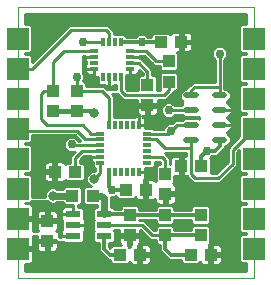
<source format=gtl>
G75*
%MOIN*%
%OFA0B0*%
%FSLAX25Y25*%
%IPPOS*%
%LPD*%
%AMOC8*
5,1,8,0,0,1.08239X$1,22.5*
%
%ADD10C,0.00000*%
%ADD11C,0.02165*%
%ADD12R,0.04331X0.03937*%
%ADD13R,0.03937X0.04331*%
%ADD14R,0.03150X0.01181*%
%ADD15R,0.01181X0.03150*%
%ADD16R,0.01181X0.02953*%
%ADD17R,0.02953X0.01181*%
%ADD18R,0.05000X0.02200*%
%ADD19R,0.07400X0.07400*%
%ADD20C,0.01000*%
%ADD21C,0.02978*%
%ADD22C,0.02400*%
%ADD23C,0.03175*%
%ADD24C,0.01200*%
%ADD25C,0.01600*%
D10*
X0005100Y0001500D02*
X0005100Y0092051D01*
X0083840Y0092051D01*
X0083840Y0001500D01*
X0005100Y0001500D01*
D11*
X0061399Y0047661D02*
X0064549Y0047661D01*
X0064549Y0047661D01*
X0061399Y0047661D01*
X0061399Y0047661D01*
X0061399Y0052583D02*
X0064549Y0052583D01*
X0064549Y0052583D01*
X0061399Y0052583D01*
X0061399Y0052583D01*
X0061399Y0057504D02*
X0064549Y0057504D01*
X0064549Y0057504D01*
X0061399Y0057504D01*
X0061399Y0057504D01*
X0061399Y0062425D02*
X0064549Y0062425D01*
X0064549Y0062425D01*
X0061399Y0062425D01*
X0061399Y0062425D01*
X0070848Y0062425D02*
X0073998Y0062425D01*
X0073998Y0062425D01*
X0070848Y0062425D01*
X0070848Y0062425D01*
X0070848Y0057504D02*
X0073998Y0057504D01*
X0073998Y0057504D01*
X0070848Y0057504D01*
X0070848Y0057504D01*
X0070848Y0052583D02*
X0073998Y0052583D01*
X0073998Y0052583D01*
X0070848Y0052583D01*
X0070848Y0052583D01*
X0070848Y0047661D02*
X0073998Y0047661D01*
X0073998Y0047661D01*
X0070848Y0047661D01*
X0070848Y0047661D01*
D12*
X0066320Y0038902D03*
X0059628Y0038902D03*
X0047817Y0031028D03*
X0041124Y0031028D03*
X0030100Y0029059D03*
X0023407Y0029059D03*
X0024194Y0036933D03*
X0017502Y0036933D03*
X0039155Y0009374D03*
X0045848Y0009374D03*
X0062777Y0009374D03*
X0069470Y0009374D03*
X0059628Y0080240D03*
X0052935Y0080240D03*
D13*
X0055494Y0073744D03*
X0055494Y0067051D03*
X0048407Y0065870D03*
X0048407Y0059177D03*
X0054313Y0036343D03*
X0054313Y0029650D03*
X0054313Y0022563D03*
X0054313Y0015870D03*
X0066124Y0015870D03*
X0066124Y0022563D03*
X0042502Y0022563D03*
X0042502Y0015870D03*
X0014943Y0013902D03*
X0014943Y0020594D03*
X0016911Y0057209D03*
X0016911Y0063902D03*
X0024785Y0063902D03*
X0024785Y0057209D03*
D14*
X0030691Y0071382D03*
X0030691Y0073350D03*
X0030691Y0075319D03*
X0030691Y0077287D03*
X0042502Y0077287D03*
X0042502Y0075319D03*
X0042502Y0073350D03*
X0042502Y0071382D03*
D15*
X0039549Y0068429D03*
X0037580Y0068429D03*
X0035612Y0068429D03*
X0033643Y0068429D03*
X0033643Y0080240D03*
X0035612Y0080240D03*
X0037580Y0080240D03*
X0039549Y0080240D03*
D16*
X0039549Y0052681D03*
X0041517Y0052681D03*
X0043486Y0052681D03*
X0045454Y0052681D03*
X0037580Y0052681D03*
X0035612Y0052681D03*
X0035612Y0036933D03*
X0037580Y0036933D03*
X0039549Y0036933D03*
X0041517Y0036933D03*
X0043486Y0036933D03*
X0045454Y0036933D03*
D17*
X0048407Y0039886D03*
X0048407Y0041854D03*
X0048407Y0043823D03*
X0048407Y0045791D03*
X0048407Y0047760D03*
X0048407Y0049728D03*
X0032659Y0049728D03*
X0032659Y0047760D03*
X0032659Y0045791D03*
X0032659Y0043823D03*
X0032659Y0041854D03*
X0032659Y0039886D03*
D18*
X0033822Y0022917D03*
X0033822Y0019217D03*
X0033822Y0015517D03*
X0023622Y0015517D03*
X0023622Y0019217D03*
X0023622Y0022917D03*
D19*
X0005100Y0021343D03*
X0005100Y0011343D03*
X0005100Y0031343D03*
X0005100Y0041343D03*
X0005100Y0051343D03*
X0005100Y0061343D03*
X0005100Y0071343D03*
X0005100Y0081343D03*
X0083840Y0081343D03*
X0083840Y0071343D03*
X0083840Y0061343D03*
X0083840Y0051343D03*
X0083840Y0041343D03*
X0083840Y0031343D03*
X0083840Y0021343D03*
X0083840Y0011343D03*
D20*
X0081340Y0016143D02*
X0079685Y0016143D01*
X0079040Y0015498D01*
X0079040Y0007187D01*
X0079685Y0006543D01*
X0081340Y0006543D01*
X0081340Y0004000D01*
X0007600Y0004000D01*
X0007600Y0006143D01*
X0008997Y0006143D01*
X0009379Y0006245D01*
X0009721Y0006442D01*
X0010000Y0006721D01*
X0010198Y0007064D01*
X0010300Y0007445D01*
X0010300Y0010843D01*
X0007600Y0010843D01*
X0007600Y0011842D01*
X0010300Y0011842D01*
X0010300Y0015240D01*
X0010198Y0015621D01*
X0010182Y0015648D01*
X0011474Y0015648D01*
X0011474Y0014386D01*
X0014458Y0014386D01*
X0014458Y0013417D01*
X0015427Y0013417D01*
X0015427Y0010236D01*
X0017109Y0010236D01*
X0017490Y0010338D01*
X0017832Y0010536D01*
X0018111Y0010815D01*
X0018309Y0011157D01*
X0018411Y0011539D01*
X0018411Y0013417D01*
X0015427Y0013417D01*
X0015427Y0014386D01*
X0017510Y0014386D01*
X0018217Y0013680D01*
X0020303Y0013680D01*
X0020666Y0013317D01*
X0026578Y0013317D01*
X0027222Y0013961D01*
X0027222Y0017072D01*
X0027211Y0017084D01*
X0027322Y0017196D01*
X0027520Y0017538D01*
X0027622Y0017919D01*
X0027622Y0019167D01*
X0025204Y0019167D01*
X0025204Y0019267D01*
X0027622Y0019267D01*
X0027622Y0020514D01*
X0027520Y0020896D01*
X0027322Y0021238D01*
X0027211Y0021349D01*
X0027222Y0021361D01*
X0027222Y0024472D01*
X0026578Y0025117D01*
X0025204Y0025117D01*
X0025204Y0025991D01*
X0026028Y0025991D01*
X0026672Y0026635D01*
X0026672Y0031483D01*
X0026028Y0032128D01*
X0020786Y0032128D01*
X0020142Y0031483D01*
X0020142Y0031359D01*
X0018381Y0031359D01*
X0017446Y0031746D01*
X0016376Y0031746D01*
X0015389Y0031337D01*
X0014633Y0030581D01*
X0014224Y0029594D01*
X0014224Y0028691D01*
X0009900Y0028691D01*
X0009900Y0035498D01*
X0009256Y0036143D01*
X0007600Y0036143D01*
X0007600Y0036543D01*
X0009256Y0036543D01*
X0009900Y0037187D01*
X0009900Y0045498D01*
X0009256Y0046143D01*
X0007600Y0046143D01*
X0007600Y0046543D01*
X0009256Y0046543D01*
X0009900Y0047187D01*
X0009900Y0049113D01*
X0024122Y0049113D01*
X0025844Y0047391D01*
X0025472Y0047391D01*
X0025405Y0047553D01*
X0024677Y0048281D01*
X0023725Y0048676D01*
X0022695Y0048676D01*
X0021744Y0048281D01*
X0021015Y0047553D01*
X0020621Y0046602D01*
X0020621Y0045572D01*
X0021015Y0044620D01*
X0021744Y0043892D01*
X0022695Y0043498D01*
X0023725Y0043498D01*
X0024141Y0043670D01*
X0022594Y0042123D01*
X0022594Y0040002D01*
X0021573Y0040002D01*
X0021060Y0039488D01*
X0020867Y0039823D01*
X0020588Y0040102D01*
X0020246Y0040299D01*
X0019864Y0040402D01*
X0017986Y0040402D01*
X0017986Y0037417D01*
X0017017Y0037417D01*
X0017017Y0036449D01*
X0013836Y0036449D01*
X0013836Y0034767D01*
X0013938Y0034386D01*
X0014136Y0034044D01*
X0014415Y0033764D01*
X0014757Y0033567D01*
X0015139Y0033465D01*
X0017017Y0033465D01*
X0017017Y0036449D01*
X0017986Y0036449D01*
X0017986Y0033465D01*
X0019864Y0033465D01*
X0020246Y0033567D01*
X0020588Y0033764D01*
X0020867Y0034044D01*
X0021060Y0034378D01*
X0021573Y0033865D01*
X0026815Y0033865D01*
X0027460Y0034509D01*
X0027460Y0039357D01*
X0026815Y0040002D01*
X0025794Y0040002D01*
X0025794Y0040798D01*
X0027219Y0042223D01*
X0029683Y0042223D01*
X0029683Y0041854D01*
X0029683Y0041066D01*
X0029785Y0040685D01*
X0029982Y0040343D01*
X0030083Y0040242D01*
X0030083Y0038840D01*
X0030727Y0038195D01*
X0031059Y0038195D01*
X0031059Y0037258D01*
X0030156Y0037258D01*
X0029168Y0036849D01*
X0028412Y0036093D01*
X0028003Y0035105D01*
X0028003Y0034036D01*
X0028412Y0033049D01*
X0029168Y0032293D01*
X0029567Y0032128D01*
X0027479Y0032128D01*
X0026835Y0031483D01*
X0026835Y0026635D01*
X0027479Y0025991D01*
X0031522Y0025991D01*
X0031522Y0025117D01*
X0030866Y0025117D01*
X0030222Y0024472D01*
X0030222Y0021361D01*
X0030516Y0021067D01*
X0030222Y0020772D01*
X0030222Y0017661D01*
X0030516Y0017367D01*
X0030222Y0017072D01*
X0030222Y0013961D01*
X0030866Y0013317D01*
X0032122Y0013317D01*
X0032122Y0010656D01*
X0033118Y0009661D01*
X0035104Y0007674D01*
X0035890Y0007674D01*
X0035890Y0006950D01*
X0036534Y0006306D01*
X0041776Y0006306D01*
X0042289Y0006819D01*
X0042482Y0006484D01*
X0042762Y0006205D01*
X0043104Y0006008D01*
X0043485Y0005906D01*
X0045364Y0005906D01*
X0045364Y0008890D01*
X0046332Y0008890D01*
X0046332Y0005906D01*
X0048211Y0005906D01*
X0048592Y0006008D01*
X0048934Y0006205D01*
X0049214Y0006484D01*
X0049411Y0006827D01*
X0049513Y0007208D01*
X0049513Y0008890D01*
X0046332Y0008890D01*
X0046332Y0009858D01*
X0045364Y0009858D01*
X0045364Y0012489D01*
X0045391Y0012504D01*
X0045670Y0012784D01*
X0045868Y0013126D01*
X0045970Y0013507D01*
X0045970Y0015386D01*
X0042986Y0015386D01*
X0042986Y0016354D01*
X0045970Y0016354D01*
X0045970Y0017422D01*
X0048185Y0015207D01*
X0049122Y0014270D01*
X0051244Y0014270D01*
X0051244Y0013249D01*
X0051888Y0012605D01*
X0052613Y0012605D01*
X0052613Y0010638D01*
X0053608Y0009643D01*
X0055577Y0007674D01*
X0059512Y0007674D01*
X0059512Y0006950D01*
X0060156Y0006306D01*
X0065398Y0006306D01*
X0065911Y0006819D01*
X0066104Y0006484D01*
X0066384Y0006205D01*
X0066726Y0006008D01*
X0067107Y0005906D01*
X0068986Y0005906D01*
X0068986Y0008890D01*
X0069954Y0008890D01*
X0069954Y0005906D01*
X0071833Y0005906D01*
X0072214Y0006008D01*
X0072556Y0006205D01*
X0072836Y0006484D01*
X0073033Y0006827D01*
X0073135Y0007208D01*
X0073135Y0008890D01*
X0069954Y0008890D01*
X0069954Y0009858D01*
X0068986Y0009858D01*
X0068986Y0012843D01*
X0068786Y0012843D01*
X0069192Y0013249D01*
X0069192Y0018491D01*
X0068548Y0019135D01*
X0063699Y0019135D01*
X0063055Y0018491D01*
X0063055Y0017570D01*
X0057381Y0017570D01*
X0057381Y0018491D01*
X0056737Y0019135D01*
X0051888Y0019135D01*
X0051244Y0018491D01*
X0051244Y0017470D01*
X0050448Y0017470D01*
X0047101Y0020817D01*
X0045570Y0020817D01*
X0045570Y0020863D01*
X0051244Y0020863D01*
X0051244Y0019942D01*
X0051888Y0019298D01*
X0056737Y0019298D01*
X0057381Y0019942D01*
X0057381Y0020863D01*
X0063055Y0020863D01*
X0063055Y0019942D01*
X0063699Y0019298D01*
X0068548Y0019298D01*
X0069192Y0019942D01*
X0069192Y0025184D01*
X0068548Y0025828D01*
X0063699Y0025828D01*
X0063055Y0025184D01*
X0063055Y0024263D01*
X0057381Y0024263D01*
X0057381Y0025184D01*
X0056737Y0025828D01*
X0051888Y0025828D01*
X0051244Y0025184D01*
X0051244Y0024263D01*
X0045570Y0024263D01*
X0045570Y0025184D01*
X0044926Y0025828D01*
X0040077Y0025828D01*
X0039433Y0025184D01*
X0039433Y0024617D01*
X0037278Y0024617D01*
X0036778Y0025117D01*
X0036122Y0025117D01*
X0036122Y0028439D01*
X0037111Y0028439D01*
X0037858Y0028748D01*
X0037858Y0028603D01*
X0038503Y0027959D01*
X0043745Y0027959D01*
X0044258Y0028472D01*
X0044451Y0028138D01*
X0044730Y0027859D01*
X0045072Y0027661D01*
X0045454Y0027559D01*
X0047332Y0027559D01*
X0047332Y0030543D01*
X0048301Y0030543D01*
X0048301Y0027559D01*
X0050179Y0027559D01*
X0050561Y0027661D01*
X0050844Y0027825D01*
X0050844Y0027287D01*
X0050946Y0026905D01*
X0051144Y0026563D01*
X0051423Y0026284D01*
X0051765Y0026086D01*
X0052147Y0025984D01*
X0053828Y0025984D01*
X0053828Y0029165D01*
X0054797Y0029165D01*
X0054797Y0025984D01*
X0056479Y0025984D01*
X0056860Y0026086D01*
X0057202Y0026284D01*
X0057481Y0026563D01*
X0057679Y0026905D01*
X0057781Y0027287D01*
X0057781Y0029165D01*
X0054797Y0029165D01*
X0054797Y0030134D01*
X0057781Y0030134D01*
X0057781Y0032012D01*
X0057679Y0032394D01*
X0057481Y0032736D01*
X0057202Y0033015D01*
X0056868Y0033208D01*
X0057381Y0033722D01*
X0057381Y0035433D01*
X0059143Y0035433D01*
X0059143Y0038417D01*
X0060112Y0038417D01*
X0060112Y0035433D01*
X0061424Y0035433D01*
X0062555Y0034302D01*
X0063492Y0033365D01*
X0072692Y0033365D01*
X0077416Y0038089D01*
X0078354Y0039026D01*
X0078354Y0043593D01*
X0079040Y0044280D01*
X0079040Y0037187D01*
X0079685Y0036543D01*
X0081340Y0036543D01*
X0081340Y0036143D01*
X0079685Y0036143D01*
X0079040Y0035498D01*
X0079040Y0027187D01*
X0079685Y0026543D01*
X0081340Y0026543D01*
X0081340Y0026143D01*
X0079685Y0026143D01*
X0079040Y0025498D01*
X0079040Y0017187D01*
X0079685Y0016543D01*
X0081340Y0016543D01*
X0081340Y0016143D01*
X0081340Y0016478D02*
X0069192Y0016478D01*
X0069192Y0017476D02*
X0079040Y0017476D01*
X0079040Y0018475D02*
X0069192Y0018475D01*
X0068723Y0019473D02*
X0079040Y0019473D01*
X0079040Y0020472D02*
X0069192Y0020472D01*
X0069192Y0021470D02*
X0079040Y0021470D01*
X0079040Y0022469D02*
X0069192Y0022469D01*
X0069192Y0023467D02*
X0079040Y0023467D01*
X0079040Y0024466D02*
X0069192Y0024466D01*
X0068912Y0025464D02*
X0079040Y0025464D01*
X0079040Y0027461D02*
X0057781Y0027461D01*
X0057781Y0028460D02*
X0079040Y0028460D01*
X0079040Y0029458D02*
X0054797Y0029458D01*
X0054797Y0028460D02*
X0053828Y0028460D01*
X0053828Y0027461D02*
X0054797Y0027461D01*
X0054797Y0026463D02*
X0053828Y0026463D01*
X0051524Y0025464D02*
X0045290Y0025464D01*
X0045570Y0024466D02*
X0051244Y0024466D01*
X0051244Y0026463D02*
X0036122Y0026463D01*
X0036122Y0027461D02*
X0050844Y0027461D01*
X0048301Y0028460D02*
X0047332Y0028460D01*
X0047332Y0029458D02*
X0048301Y0029458D01*
X0048301Y0030457D02*
X0047332Y0030457D01*
X0047332Y0031512D02*
X0047332Y0034496D01*
X0047206Y0034496D01*
X0047245Y0034536D01*
X0047443Y0034878D01*
X0047545Y0035259D01*
X0047545Y0036933D01*
X0045454Y0036933D01*
X0045454Y0036933D01*
X0047545Y0036933D01*
X0047545Y0038195D01*
X0050339Y0038195D01*
X0050983Y0038840D01*
X0050983Y0040254D01*
X0052666Y0040254D01*
X0052713Y0040207D01*
X0052713Y0039608D01*
X0051888Y0039608D01*
X0051244Y0038964D01*
X0051244Y0033810D01*
X0051182Y0033917D01*
X0050903Y0034196D01*
X0050561Y0034394D01*
X0050179Y0034496D01*
X0048301Y0034496D01*
X0048301Y0031512D01*
X0047332Y0031512D01*
X0047332Y0032454D02*
X0048301Y0032454D01*
X0048301Y0033452D02*
X0047332Y0033452D01*
X0047332Y0034451D02*
X0048301Y0034451D01*
X0047545Y0035449D02*
X0051244Y0035449D01*
X0051244Y0034451D02*
X0050348Y0034451D01*
X0051244Y0036448D02*
X0047545Y0036448D01*
X0047545Y0037446D02*
X0051244Y0037446D01*
X0051244Y0038445D02*
X0050589Y0038445D01*
X0050983Y0039443D02*
X0051724Y0039443D01*
X0053328Y0041854D02*
X0054313Y0040870D01*
X0054313Y0036343D01*
X0057381Y0034451D02*
X0062406Y0034451D01*
X0063405Y0033452D02*
X0057112Y0033452D01*
X0057644Y0032454D02*
X0079040Y0032454D01*
X0079040Y0033452D02*
X0072780Y0033452D01*
X0073778Y0034451D02*
X0079040Y0034451D01*
X0079040Y0035449D02*
X0074777Y0035449D01*
X0075775Y0036448D02*
X0081340Y0036448D01*
X0079040Y0037446D02*
X0076774Y0037446D01*
X0077772Y0038445D02*
X0079040Y0038445D01*
X0079040Y0039443D02*
X0078354Y0039443D01*
X0078354Y0040442D02*
X0079040Y0040442D01*
X0079040Y0041440D02*
X0078354Y0041440D01*
X0078354Y0042439D02*
X0079040Y0042439D01*
X0079040Y0043437D02*
X0078354Y0043437D01*
X0076754Y0044256D02*
X0083840Y0051343D01*
X0079040Y0051426D02*
X0076314Y0051426D01*
X0076286Y0051359D02*
X0076481Y0051829D01*
X0076580Y0052328D01*
X0076580Y0052541D01*
X0072464Y0052541D01*
X0072464Y0052624D01*
X0076580Y0052624D01*
X0076580Y0052837D01*
X0076481Y0053336D01*
X0076286Y0053806D01*
X0076004Y0054229D01*
X0075644Y0054589D01*
X0075221Y0054871D01*
X0074998Y0054964D01*
X0074998Y0055123D01*
X0075221Y0055215D01*
X0075644Y0055498D01*
X0076004Y0055858D01*
X0076286Y0056281D01*
X0076481Y0056751D01*
X0076580Y0057250D01*
X0076580Y0057463D01*
X0072464Y0057463D01*
X0072464Y0057545D01*
X0076580Y0057545D01*
X0076580Y0057758D01*
X0076481Y0058257D01*
X0076286Y0058727D01*
X0076004Y0059150D01*
X0075644Y0059510D01*
X0075221Y0059793D01*
X0074998Y0059885D01*
X0074998Y0060338D01*
X0076180Y0061521D01*
X0076180Y0063329D01*
X0074902Y0064608D01*
X0074023Y0064608D01*
X0074023Y0074242D01*
X0074618Y0074837D01*
X0075012Y0075788D01*
X0075012Y0076818D01*
X0074618Y0077770D01*
X0073889Y0078498D01*
X0072938Y0078892D01*
X0071908Y0078892D01*
X0070956Y0078498D01*
X0070228Y0077770D01*
X0069834Y0076818D01*
X0069834Y0075788D01*
X0070228Y0074837D01*
X0070823Y0074242D01*
X0070823Y0066880D01*
X0063492Y0066880D01*
X0062555Y0065942D01*
X0061374Y0064761D01*
X0061374Y0064608D01*
X0060495Y0064608D01*
X0059217Y0063329D01*
X0059217Y0061521D01*
X0060006Y0060732D01*
X0060006Y0059197D01*
X0059912Y0059104D01*
X0057555Y0059104D01*
X0056960Y0059699D01*
X0056009Y0060093D01*
X0054979Y0060093D01*
X0054027Y0059699D01*
X0053299Y0058970D01*
X0052905Y0058019D01*
X0052905Y0056989D01*
X0053299Y0056037D01*
X0054027Y0055309D01*
X0054979Y0054915D01*
X0056009Y0054915D01*
X0056960Y0055309D01*
X0057555Y0055904D01*
X0059912Y0055904D01*
X0060495Y0055321D01*
X0065453Y0055321D01*
X0065517Y0055386D01*
X0065517Y0054701D01*
X0065453Y0054765D01*
X0060495Y0054765D01*
X0059912Y0054183D01*
X0057488Y0054183D01*
X0056607Y0053302D01*
X0055766Y0053302D01*
X0054815Y0052907D01*
X0054086Y0052179D01*
X0053734Y0051328D01*
X0050430Y0051328D01*
X0050339Y0051419D01*
X0047545Y0051419D01*
X0047545Y0052681D01*
X0045454Y0052681D01*
X0045454Y0055657D01*
X0044666Y0055657D01*
X0044285Y0055555D01*
X0043943Y0055358D01*
X0043842Y0055257D01*
X0037212Y0055257D01*
X0037212Y0062202D01*
X0036522Y0062892D01*
X0038296Y0062892D01*
X0039327Y0061861D01*
X0040264Y0060924D01*
X0044939Y0060924D01*
X0044939Y0059661D01*
X0047923Y0059661D01*
X0047923Y0058693D01*
X0048891Y0058693D01*
X0048891Y0055512D01*
X0050573Y0055512D01*
X0050955Y0055614D01*
X0051297Y0055812D01*
X0051576Y0056091D01*
X0051773Y0056433D01*
X0051876Y0056814D01*
X0051876Y0058693D01*
X0048891Y0058693D01*
X0048891Y0059661D01*
X0051876Y0059661D01*
X0051876Y0060924D01*
X0054582Y0060924D01*
X0057094Y0063436D01*
X0057094Y0063786D01*
X0057918Y0063786D01*
X0058562Y0064430D01*
X0058562Y0069672D01*
X0057918Y0070317D01*
X0053070Y0070317D01*
X0052425Y0069672D01*
X0052425Y0064430D01*
X0052732Y0064124D01*
X0051476Y0064124D01*
X0051476Y0068491D01*
X0050831Y0069135D01*
X0050007Y0069135D01*
X0050007Y0071060D01*
X0046117Y0074950D01*
X0045576Y0074950D01*
X0045576Y0075319D01*
X0045576Y0075687D01*
X0047154Y0075687D01*
X0049760Y0073081D01*
X0050697Y0072144D01*
X0052425Y0072144D01*
X0052425Y0071123D01*
X0053070Y0070479D01*
X0057918Y0070479D01*
X0058562Y0071123D01*
X0058562Y0076365D01*
X0058156Y0076772D01*
X0059143Y0076772D01*
X0059143Y0079756D01*
X0060112Y0079756D01*
X0060112Y0080724D01*
X0063293Y0080724D01*
X0063293Y0082406D01*
X0063191Y0082788D01*
X0062993Y0083130D01*
X0062714Y0083409D01*
X0062372Y0083606D01*
X0061990Y0083709D01*
X0060112Y0083709D01*
X0060112Y0080724D01*
X0059143Y0080724D01*
X0059143Y0083709D01*
X0057265Y0083709D01*
X0056883Y0083606D01*
X0056541Y0083409D01*
X0056262Y0083130D01*
X0056069Y0082795D01*
X0055556Y0083309D01*
X0050314Y0083309D01*
X0049669Y0082664D01*
X0049669Y0081940D01*
X0048400Y0081940D01*
X0047905Y0082435D01*
X0046954Y0082829D01*
X0045924Y0082829D01*
X0044972Y0082435D01*
X0044477Y0081940D01*
X0041239Y0081940D01*
X0041239Y0082271D01*
X0040595Y0082915D01*
X0037212Y0082915D01*
X0037212Y0083856D01*
X0036228Y0084840D01*
X0035290Y0085777D01*
X0022154Y0085777D01*
X0009900Y0073523D01*
X0009900Y0075498D01*
X0009256Y0076143D01*
X0007600Y0076143D01*
X0007600Y0076543D01*
X0009256Y0076543D01*
X0009900Y0077187D01*
X0009900Y0085498D01*
X0009256Y0086143D01*
X0007600Y0086143D01*
X0007600Y0089551D01*
X0081340Y0089551D01*
X0081340Y0086143D01*
X0079685Y0086143D01*
X0079040Y0085498D01*
X0079040Y0077187D01*
X0079685Y0076543D01*
X0081340Y0076543D01*
X0081340Y0076143D01*
X0079685Y0076143D01*
X0079040Y0075498D01*
X0079040Y0067187D01*
X0079685Y0066543D01*
X0081340Y0066543D01*
X0081340Y0066143D01*
X0079685Y0066143D01*
X0079040Y0065498D01*
X0079040Y0057187D01*
X0079685Y0056543D01*
X0081340Y0056543D01*
X0081340Y0056143D01*
X0079685Y0056143D01*
X0079040Y0055498D01*
X0079040Y0048805D01*
X0075154Y0044919D01*
X0075154Y0040352D01*
X0071366Y0036565D01*
X0069586Y0036565D01*
X0069586Y0041326D01*
X0069225Y0041687D01*
X0069559Y0041825D01*
X0070053Y0042320D01*
X0071552Y0042320D01*
X0072548Y0043316D01*
X0073127Y0043894D01*
X0074123Y0044890D01*
X0074123Y0045479D01*
X0074902Y0045479D01*
X0076180Y0046757D01*
X0076180Y0048566D01*
X0074998Y0049748D01*
X0074998Y0050201D01*
X0075221Y0050294D01*
X0075644Y0050577D01*
X0076004Y0050936D01*
X0076286Y0051359D01*
X0075420Y0050427D02*
X0079040Y0050427D01*
X0079040Y0049429D02*
X0075317Y0049429D01*
X0076180Y0048430D02*
X0078665Y0048430D01*
X0077666Y0047432D02*
X0076180Y0047432D01*
X0075856Y0046433D02*
X0076668Y0046433D01*
X0075669Y0045434D02*
X0074123Y0045434D01*
X0073668Y0044436D02*
X0075154Y0044436D01*
X0075154Y0043437D02*
X0072670Y0043437D01*
X0072548Y0043316D02*
X0072548Y0043316D01*
X0073127Y0043894D02*
X0073127Y0043894D01*
X0071671Y0042439D02*
X0075154Y0042439D01*
X0075154Y0041440D02*
X0069471Y0041440D01*
X0069586Y0040442D02*
X0075154Y0040442D01*
X0074245Y0039443D02*
X0069586Y0039443D01*
X0069586Y0038445D02*
X0073247Y0038445D01*
X0072248Y0037446D02*
X0069586Y0037446D01*
X0072029Y0034965D02*
X0076754Y0039689D01*
X0076754Y0044256D01*
X0076580Y0052424D02*
X0079040Y0052424D01*
X0079040Y0053423D02*
X0076445Y0053423D01*
X0075812Y0054421D02*
X0079040Y0054421D01*
X0079040Y0055420D02*
X0075527Y0055420D01*
X0076343Y0056418D02*
X0081340Y0056418D01*
X0079040Y0057417D02*
X0076580Y0057417D01*
X0076416Y0058415D02*
X0079040Y0058415D01*
X0079040Y0059414D02*
X0075740Y0059414D01*
X0075071Y0060412D02*
X0079040Y0060412D01*
X0079040Y0061411D02*
X0076070Y0061411D01*
X0076180Y0062409D02*
X0079040Y0062409D01*
X0079040Y0063408D02*
X0076102Y0063408D01*
X0075103Y0064406D02*
X0079040Y0064406D01*
X0079040Y0065405D02*
X0074023Y0065405D01*
X0074023Y0066403D02*
X0081340Y0066403D01*
X0079040Y0067402D02*
X0074023Y0067402D01*
X0074023Y0068400D02*
X0079040Y0068400D01*
X0079040Y0069399D02*
X0074023Y0069399D01*
X0074023Y0070397D02*
X0079040Y0070397D01*
X0079040Y0071396D02*
X0074023Y0071396D01*
X0074023Y0072394D02*
X0079040Y0072394D01*
X0079040Y0073393D02*
X0074023Y0073393D01*
X0074172Y0074391D02*
X0079040Y0074391D01*
X0079040Y0075390D02*
X0074847Y0075390D01*
X0075012Y0076388D02*
X0081340Y0076388D01*
X0079040Y0077387D02*
X0074776Y0077387D01*
X0074002Y0078385D02*
X0079040Y0078385D01*
X0079040Y0079384D02*
X0063293Y0079384D01*
X0063293Y0079756D02*
X0063293Y0078074D01*
X0063191Y0077693D01*
X0062993Y0077351D01*
X0062714Y0077071D01*
X0062372Y0076874D01*
X0061990Y0076772D01*
X0060112Y0076772D01*
X0060112Y0079756D01*
X0063293Y0079756D01*
X0063293Y0081381D02*
X0079040Y0081381D01*
X0079040Y0080382D02*
X0060112Y0080382D01*
X0060112Y0079384D02*
X0059143Y0079384D01*
X0059143Y0078385D02*
X0060112Y0078385D01*
X0060112Y0077387D02*
X0059143Y0077387D01*
X0058539Y0076388D02*
X0069834Y0076388D01*
X0069999Y0075390D02*
X0058562Y0075390D01*
X0058562Y0074391D02*
X0070673Y0074391D01*
X0070823Y0073393D02*
X0058562Y0073393D01*
X0058562Y0072394D02*
X0070823Y0072394D01*
X0070823Y0071396D02*
X0058562Y0071396D01*
X0058562Y0069399D02*
X0070823Y0069399D01*
X0070823Y0070397D02*
X0050007Y0070397D01*
X0050007Y0069399D02*
X0052425Y0069399D01*
X0052425Y0068400D02*
X0051476Y0068400D01*
X0051476Y0067402D02*
X0052425Y0067402D01*
X0052425Y0066403D02*
X0051476Y0066403D01*
X0051476Y0065405D02*
X0052425Y0065405D01*
X0052449Y0064406D02*
X0051476Y0064406D01*
X0053919Y0062524D02*
X0055494Y0064098D01*
X0055494Y0067051D01*
X0058562Y0067402D02*
X0070823Y0067402D01*
X0070823Y0068400D02*
X0058562Y0068400D01*
X0058562Y0066403D02*
X0063016Y0066403D01*
X0062555Y0065942D02*
X0062555Y0065942D01*
X0062018Y0065405D02*
X0058562Y0065405D01*
X0058538Y0064406D02*
X0060293Y0064406D01*
X0059295Y0063408D02*
X0057066Y0063408D01*
X0056067Y0062409D02*
X0059217Y0062409D01*
X0059327Y0061411D02*
X0055069Y0061411D01*
X0053919Y0062524D02*
X0040927Y0062524D01*
X0039549Y0063902D01*
X0039549Y0068429D01*
X0041239Y0068400D02*
X0045339Y0068400D01*
X0045339Y0068491D02*
X0045339Y0064124D01*
X0041590Y0064124D01*
X0041149Y0064564D01*
X0041149Y0066308D01*
X0041239Y0066399D01*
X0041239Y0069291D01*
X0042502Y0069291D01*
X0044274Y0069291D01*
X0044655Y0069394D01*
X0044997Y0069591D01*
X0045277Y0069870D01*
X0045474Y0070212D01*
X0045576Y0070594D01*
X0045576Y0070966D01*
X0046807Y0069735D01*
X0046807Y0069135D01*
X0045983Y0069135D01*
X0045339Y0068491D01*
X0045339Y0067402D02*
X0041239Y0067402D01*
X0041239Y0066403D02*
X0045339Y0066403D01*
X0045339Y0065405D02*
X0041149Y0065405D01*
X0041307Y0064406D02*
X0045339Y0064406D01*
X0048407Y0065870D02*
X0048407Y0070398D01*
X0045454Y0073350D01*
X0042502Y0073350D01*
X0042502Y0071382D02*
X0042502Y0069291D01*
X0042502Y0071382D01*
X0042502Y0071382D01*
X0042502Y0070397D02*
X0042502Y0070397D01*
X0042502Y0069399D02*
X0042502Y0069399D01*
X0044664Y0069399D02*
X0046807Y0069399D01*
X0046145Y0070397D02*
X0045524Y0070397D01*
X0047675Y0073393D02*
X0049448Y0073393D01*
X0048673Y0072394D02*
X0050447Y0072394D01*
X0049672Y0071396D02*
X0052425Y0071396D01*
X0051360Y0073744D02*
X0055494Y0073744D01*
X0051360Y0073744D02*
X0047817Y0077287D01*
X0042502Y0077287D01*
X0042502Y0075319D02*
X0045576Y0075319D01*
X0042502Y0075319D01*
X0042502Y0075319D01*
X0045576Y0075390D02*
X0047451Y0075390D01*
X0046676Y0074391D02*
X0048450Y0074391D01*
X0047961Y0082379D02*
X0049669Y0082379D01*
X0044916Y0082379D02*
X0041131Y0082379D01*
X0037212Y0083378D02*
X0056510Y0083378D01*
X0059143Y0083378D02*
X0060112Y0083378D01*
X0060112Y0082379D02*
X0059143Y0082379D01*
X0059143Y0081381D02*
X0060112Y0081381D01*
X0062745Y0083378D02*
X0079040Y0083378D01*
X0079040Y0084376D02*
X0036691Y0084376D01*
X0035692Y0085375D02*
X0079040Y0085375D01*
X0081340Y0086373D02*
X0007600Y0086373D01*
X0007600Y0087372D02*
X0081340Y0087372D01*
X0081340Y0088370D02*
X0007600Y0088370D01*
X0007600Y0089369D02*
X0081340Y0089369D01*
X0079040Y0082379D02*
X0063293Y0082379D01*
X0063293Y0078385D02*
X0070844Y0078385D01*
X0070069Y0077387D02*
X0063014Y0077387D01*
X0072423Y0076303D02*
X0072423Y0065280D01*
X0064155Y0065280D01*
X0062974Y0064098D01*
X0062974Y0062425D01*
X0060006Y0060412D02*
X0051876Y0060412D01*
X0051876Y0058415D02*
X0053069Y0058415D01*
X0052905Y0057417D02*
X0051876Y0057417D01*
X0051765Y0056418D02*
X0053141Y0056418D01*
X0053917Y0055420D02*
X0046859Y0055420D01*
X0046966Y0055358D02*
X0046699Y0055512D01*
X0047923Y0055512D01*
X0047923Y0058693D01*
X0044939Y0058693D01*
X0044939Y0056814D01*
X0045041Y0056433D01*
X0045238Y0056091D01*
X0045518Y0055812D01*
X0045784Y0055657D01*
X0045454Y0055657D01*
X0045454Y0052681D01*
X0045454Y0052681D01*
X0045454Y0052681D01*
X0047545Y0052681D01*
X0047545Y0054355D01*
X0047443Y0054736D01*
X0047245Y0055078D01*
X0046966Y0055358D01*
X0047527Y0054421D02*
X0060151Y0054421D01*
X0060397Y0055420D02*
X0057071Y0055420D01*
X0056728Y0053423D02*
X0047545Y0053423D01*
X0047545Y0052424D02*
X0054331Y0052424D01*
X0053774Y0051426D02*
X0047545Y0051426D01*
X0048407Y0049728D02*
X0055297Y0049728D01*
X0056281Y0050713D01*
X0058151Y0052583D01*
X0062974Y0052583D01*
X0062974Y0057504D02*
X0055494Y0057504D01*
X0057245Y0059414D02*
X0060006Y0059414D01*
X0053742Y0059414D02*
X0048891Y0059414D01*
X0047923Y0059414D02*
X0037212Y0059414D01*
X0037212Y0060412D02*
X0044939Y0060412D01*
X0044939Y0058415D02*
X0037212Y0058415D01*
X0037212Y0057417D02*
X0044939Y0057417D01*
X0045049Y0056418D02*
X0037212Y0056418D01*
X0037212Y0055420D02*
X0044050Y0055420D01*
X0045454Y0055420D02*
X0045454Y0055420D01*
X0045454Y0054421D02*
X0045454Y0054421D01*
X0045454Y0053423D02*
X0045454Y0053423D01*
X0047923Y0056418D02*
X0048891Y0056418D01*
X0048891Y0057417D02*
X0047923Y0057417D01*
X0047923Y0058415D02*
X0048891Y0058415D01*
X0039777Y0061411D02*
X0037212Y0061411D01*
X0037005Y0062409D02*
X0038778Y0062409D01*
X0037949Y0064492D02*
X0034922Y0064492D01*
X0034850Y0064564D01*
X0033912Y0065502D01*
X0027854Y0065502D01*
X0027854Y0066523D01*
X0027209Y0067167D01*
X0027064Y0067167D01*
X0027374Y0067914D01*
X0027374Y0068944D01*
X0026980Y0069896D01*
X0026754Y0070122D01*
X0026754Y0075687D01*
X0027616Y0075687D01*
X0027616Y0075319D01*
X0030690Y0075319D01*
X0030690Y0075319D01*
X0027616Y0075319D01*
X0027616Y0074531D01*
X0027718Y0074149D01*
X0027915Y0073807D01*
X0028016Y0073707D01*
X0028016Y0072994D01*
X0027915Y0072893D01*
X0027718Y0072551D01*
X0027616Y0072170D01*
X0027616Y0071382D01*
X0030690Y0071382D01*
X0030690Y0071382D01*
X0027616Y0071382D01*
X0027616Y0070594D01*
X0027718Y0070212D01*
X0027915Y0069870D01*
X0028195Y0069591D01*
X0028537Y0069394D01*
X0028918Y0069291D01*
X0030690Y0069291D01*
X0030690Y0071382D01*
X0030691Y0071382D01*
X0030691Y0068429D01*
X0031953Y0068429D01*
X0031953Y0066399D01*
X0032597Y0065754D01*
X0034000Y0065754D01*
X0034100Y0065654D01*
X0034442Y0065457D01*
X0034824Y0065354D01*
X0035612Y0065354D01*
X0036400Y0065354D01*
X0036781Y0065457D01*
X0037123Y0065654D01*
X0037224Y0065754D01*
X0037949Y0065754D01*
X0037949Y0064492D01*
X0037949Y0065405D02*
X0036588Y0065405D01*
X0035612Y0065405D02*
X0035612Y0065405D01*
X0035612Y0065354D02*
X0035612Y0068429D01*
X0035612Y0068429D01*
X0035612Y0065354D01*
X0035612Y0066403D02*
X0035612Y0066403D01*
X0035612Y0067402D02*
X0035612Y0067402D01*
X0035612Y0068400D02*
X0035612Y0068400D01*
X0034636Y0065405D02*
X0034009Y0065405D01*
X0033250Y0063902D02*
X0024785Y0063902D01*
X0024785Y0068429D01*
X0027374Y0068400D02*
X0031953Y0068400D01*
X0031953Y0067402D02*
X0027162Y0067402D01*
X0027854Y0066403D02*
X0031953Y0066403D01*
X0033250Y0063902D02*
X0035612Y0061539D01*
X0035612Y0052681D01*
X0032659Y0049728D02*
X0029706Y0049728D01*
X0026754Y0052681D01*
X0014943Y0052681D01*
X0012974Y0054650D01*
X0012974Y0062917D01*
X0013958Y0063902D01*
X0016911Y0063902D01*
X0016911Y0073547D01*
X0020651Y0077287D01*
X0030691Y0077287D01*
X0027616Y0075390D02*
X0026754Y0075390D01*
X0026754Y0074391D02*
X0027653Y0074391D01*
X0028016Y0073393D02*
X0026754Y0073393D01*
X0026754Y0072394D02*
X0027676Y0072394D01*
X0027616Y0071396D02*
X0026754Y0071396D01*
X0026754Y0070397D02*
X0027668Y0070397D01*
X0027186Y0069399D02*
X0028528Y0069399D01*
X0030690Y0069399D02*
X0030691Y0069399D01*
X0030690Y0070397D02*
X0030691Y0070397D01*
X0033643Y0080240D02*
X0026754Y0080240D01*
X0022817Y0084177D02*
X0009982Y0071343D01*
X0005100Y0071343D01*
X0007600Y0076388D02*
X0012765Y0076388D01*
X0011766Y0075390D02*
X0009900Y0075390D01*
X0009900Y0074391D02*
X0010768Y0074391D01*
X0009900Y0077387D02*
X0013764Y0077387D01*
X0014762Y0078385D02*
X0009900Y0078385D01*
X0009900Y0079384D02*
X0015761Y0079384D01*
X0016759Y0080382D02*
X0009900Y0080382D01*
X0009900Y0081381D02*
X0017758Y0081381D01*
X0018756Y0082379D02*
X0009900Y0082379D01*
X0009900Y0083378D02*
X0019755Y0083378D01*
X0020753Y0084376D02*
X0009900Y0084376D01*
X0009900Y0085375D02*
X0021752Y0085375D01*
X0022817Y0084177D02*
X0034628Y0084177D01*
X0035612Y0083193D01*
X0035612Y0080240D01*
X0024785Y0050713D02*
X0005730Y0050713D01*
X0005100Y0051343D01*
X0007600Y0046433D02*
X0020621Y0046433D01*
X0020678Y0045434D02*
X0009900Y0045434D01*
X0009900Y0044436D02*
X0021199Y0044436D01*
X0022910Y0042439D02*
X0009900Y0042439D01*
X0009900Y0043437D02*
X0023909Y0043437D01*
X0024194Y0041461D02*
X0026557Y0043823D01*
X0032659Y0043823D01*
X0032659Y0045791D02*
X0023506Y0045791D01*
X0023210Y0046087D01*
X0022102Y0048430D02*
X0009900Y0048430D01*
X0009900Y0047432D02*
X0020965Y0047432D01*
X0024318Y0048430D02*
X0024805Y0048430D01*
X0025455Y0047432D02*
X0025803Y0047432D01*
X0027738Y0047760D02*
X0024785Y0050713D01*
X0027738Y0047760D02*
X0032659Y0047760D01*
X0032659Y0041854D02*
X0029683Y0041854D01*
X0032659Y0041854D01*
X0032659Y0041854D01*
X0032659Y0039886D02*
X0032659Y0036539D01*
X0030691Y0034571D01*
X0028767Y0036448D02*
X0027460Y0036448D01*
X0027460Y0035449D02*
X0028146Y0035449D01*
X0028003Y0034451D02*
X0027402Y0034451D01*
X0028245Y0033452D02*
X0009900Y0033452D01*
X0009900Y0032454D02*
X0029007Y0032454D01*
X0026835Y0031455D02*
X0026672Y0031455D01*
X0026672Y0030457D02*
X0026835Y0030457D01*
X0026835Y0029458D02*
X0026672Y0029458D01*
X0026672Y0028460D02*
X0026835Y0028460D01*
X0026835Y0027461D02*
X0026672Y0027461D01*
X0026500Y0026463D02*
X0027007Y0026463D01*
X0027222Y0024466D02*
X0030222Y0024466D01*
X0030222Y0023467D02*
X0027222Y0023467D01*
X0027222Y0022469D02*
X0030222Y0022469D01*
X0030222Y0021470D02*
X0027222Y0021470D01*
X0027622Y0020472D02*
X0030222Y0020472D01*
X0030222Y0019473D02*
X0027622Y0019473D01*
X0027622Y0018475D02*
X0030222Y0018475D01*
X0030407Y0017476D02*
X0027484Y0017476D01*
X0027222Y0016478D02*
X0030222Y0016478D01*
X0030222Y0015479D02*
X0027222Y0015479D01*
X0027222Y0014481D02*
X0030222Y0014481D01*
X0030701Y0013482D02*
X0026743Y0013482D01*
X0023572Y0015467D02*
X0019622Y0015467D01*
X0019622Y0015280D01*
X0018880Y0015280D01*
X0018880Y0017248D01*
X0017851Y0017248D01*
X0018111Y0017508D01*
X0018309Y0017850D01*
X0018411Y0018232D01*
X0018411Y0020110D01*
X0015427Y0020110D01*
X0015427Y0021079D01*
X0018411Y0021079D01*
X0018411Y0022957D01*
X0018309Y0023339D01*
X0018111Y0023681D01*
X0017832Y0023960D01*
X0017490Y0024158D01*
X0017109Y0024260D01*
X0015427Y0024260D01*
X0015427Y0021079D01*
X0014458Y0021079D01*
X0014458Y0020110D01*
X0011474Y0020110D01*
X0011474Y0018232D01*
X0011576Y0017850D01*
X0011774Y0017508D01*
X0012034Y0017248D01*
X0010247Y0017248D01*
X0010300Y0017445D01*
X0010300Y0020843D01*
X0007600Y0020843D01*
X0007600Y0021842D01*
X0010300Y0021842D01*
X0010300Y0025240D01*
X0010198Y0025621D01*
X0010000Y0025964D01*
X0009721Y0026243D01*
X0009379Y0026440D01*
X0008997Y0026543D01*
X0007600Y0026543D01*
X0009256Y0026543D01*
X0009804Y0027091D01*
X0015079Y0027091D01*
X0015389Y0026781D01*
X0016376Y0026372D01*
X0017446Y0026372D01*
X0018381Y0026759D01*
X0020142Y0026759D01*
X0020142Y0026635D01*
X0020786Y0025991D01*
X0023604Y0025991D01*
X0023604Y0022967D01*
X0023572Y0022967D01*
X0023572Y0025517D01*
X0020925Y0025517D01*
X0020543Y0025414D01*
X0020201Y0025217D01*
X0019922Y0024938D01*
X0019724Y0024596D01*
X0019622Y0024214D01*
X0019622Y0022967D01*
X0023572Y0022967D01*
X0023572Y0022867D01*
X0019622Y0022867D01*
X0019622Y0021619D01*
X0019724Y0021238D01*
X0019922Y0020896D01*
X0020034Y0020784D01*
X0020022Y0020772D01*
X0020022Y0017661D01*
X0020034Y0017649D01*
X0019922Y0017538D01*
X0019724Y0017196D01*
X0019622Y0016814D01*
X0019622Y0015567D01*
X0023572Y0015567D01*
X0023572Y0015467D01*
X0023572Y0015479D02*
X0018880Y0015479D01*
X0018880Y0016478D02*
X0019622Y0016478D01*
X0019886Y0017476D02*
X0018079Y0017476D01*
X0018411Y0018475D02*
X0020022Y0018475D01*
X0020022Y0019473D02*
X0018411Y0019473D01*
X0020022Y0020472D02*
X0015427Y0020472D01*
X0014458Y0020472D02*
X0010300Y0020472D01*
X0010300Y0019473D02*
X0011474Y0019473D01*
X0011474Y0018475D02*
X0010300Y0018475D01*
X0010300Y0017476D02*
X0011806Y0017476D01*
X0011474Y0015479D02*
X0010236Y0015479D01*
X0010300Y0014481D02*
X0011474Y0014481D01*
X0011474Y0013417D02*
X0011474Y0011539D01*
X0011576Y0011157D01*
X0011774Y0010815D01*
X0012053Y0010536D01*
X0012395Y0010338D01*
X0012777Y0010236D01*
X0014458Y0010236D01*
X0014458Y0013417D01*
X0011474Y0013417D01*
X0011474Y0012484D02*
X0010300Y0012484D01*
X0010300Y0013482D02*
X0014458Y0013482D01*
X0015427Y0013482D02*
X0020501Y0013482D01*
X0018411Y0012484D02*
X0032122Y0012484D01*
X0032122Y0011485D02*
X0018397Y0011485D01*
X0017747Y0010487D02*
X0032292Y0010487D01*
X0033290Y0009488D02*
X0010300Y0009488D01*
X0010300Y0008490D02*
X0034289Y0008490D01*
X0035890Y0007491D02*
X0010300Y0007491D01*
X0009771Y0006493D02*
X0036347Y0006493D01*
X0035890Y0011697D02*
X0035522Y0012065D01*
X0035522Y0013317D01*
X0036778Y0013317D01*
X0037422Y0013961D01*
X0037422Y0017072D01*
X0037128Y0017367D01*
X0037378Y0017617D01*
X0039033Y0017617D01*
X0039033Y0016354D01*
X0042017Y0016354D01*
X0042017Y0015386D01*
X0039033Y0015386D01*
X0039033Y0013507D01*
X0039135Y0013126D01*
X0039333Y0012784D01*
X0039612Y0012504D01*
X0039719Y0012443D01*
X0036534Y0012443D01*
X0035890Y0011798D01*
X0035890Y0011697D01*
X0035522Y0012484D02*
X0039648Y0012484D01*
X0039040Y0013482D02*
X0036943Y0013482D01*
X0037422Y0014481D02*
X0039033Y0014481D01*
X0037422Y0015479D02*
X0042017Y0015479D01*
X0042017Y0015386D02*
X0042986Y0015386D01*
X0042986Y0012672D01*
X0042762Y0012543D01*
X0042482Y0012264D01*
X0042289Y0011929D01*
X0042014Y0012205D01*
X0042017Y0012205D01*
X0042017Y0015386D01*
X0042017Y0014481D02*
X0042986Y0014481D01*
X0042986Y0015479D02*
X0047913Y0015479D01*
X0046915Y0016478D02*
X0045970Y0016478D01*
X0045970Y0014481D02*
X0048912Y0014481D01*
X0049785Y0015870D02*
X0054313Y0015870D01*
X0052613Y0012484D02*
X0048994Y0012484D01*
X0048934Y0012543D02*
X0048592Y0012740D01*
X0048211Y0012843D01*
X0046332Y0012843D01*
X0046332Y0009858D01*
X0049513Y0009858D01*
X0049513Y0011540D01*
X0049411Y0011921D01*
X0049214Y0012264D01*
X0048934Y0012543D01*
X0049513Y0011485D02*
X0052613Y0011485D01*
X0052764Y0010487D02*
X0049513Y0010487D01*
X0049513Y0008490D02*
X0054761Y0008490D01*
X0053763Y0009488D02*
X0046332Y0009488D01*
X0046332Y0008490D02*
X0045364Y0008490D01*
X0045364Y0007491D02*
X0046332Y0007491D01*
X0046332Y0006493D02*
X0045364Y0006493D01*
X0042478Y0006493D02*
X0041963Y0006493D01*
X0045364Y0010487D02*
X0046332Y0010487D01*
X0046332Y0011485D02*
X0045364Y0011485D01*
X0045364Y0012484D02*
X0046332Y0012484D01*
X0045963Y0013482D02*
X0051244Y0013482D01*
X0049785Y0015870D02*
X0046439Y0019217D01*
X0033822Y0019217D01*
X0037237Y0017476D02*
X0039033Y0017476D01*
X0039033Y0016478D02*
X0037422Y0016478D01*
X0042017Y0013482D02*
X0042986Y0013482D01*
X0042702Y0012484D02*
X0042017Y0012484D01*
X0048445Y0019473D02*
X0051713Y0019473D01*
X0051244Y0018475D02*
X0049443Y0018475D01*
X0050442Y0017476D02*
X0051244Y0017476D01*
X0051244Y0020472D02*
X0047446Y0020472D01*
X0044265Y0028460D02*
X0044245Y0028460D01*
X0039713Y0025464D02*
X0036122Y0025464D01*
X0037162Y0028460D02*
X0038002Y0028460D01*
X0031522Y0025464D02*
X0025204Y0025464D01*
X0023604Y0025464D02*
X0023572Y0025464D01*
X0023572Y0024466D02*
X0023604Y0024466D01*
X0023572Y0023467D02*
X0023604Y0023467D01*
X0020730Y0025464D02*
X0010240Y0025464D01*
X0010300Y0024466D02*
X0019690Y0024466D01*
X0019622Y0023467D02*
X0018235Y0023467D01*
X0018411Y0022469D02*
X0019622Y0022469D01*
X0019662Y0021470D02*
X0018411Y0021470D01*
X0015427Y0021470D02*
X0014458Y0021470D01*
X0014458Y0021079D02*
X0014458Y0024260D01*
X0012777Y0024260D01*
X0012395Y0024158D01*
X0012053Y0023960D01*
X0011774Y0023681D01*
X0011576Y0023339D01*
X0011474Y0022957D01*
X0011474Y0021079D01*
X0014458Y0021079D01*
X0014458Y0022469D02*
X0015427Y0022469D01*
X0015427Y0023467D02*
X0014458Y0023467D01*
X0011650Y0023467D02*
X0010300Y0023467D01*
X0010300Y0022469D02*
X0011474Y0022469D01*
X0011474Y0021470D02*
X0007600Y0021470D01*
X0007600Y0026543D02*
X0007600Y0026543D01*
X0009295Y0026463D02*
X0016156Y0026463D01*
X0017666Y0026463D02*
X0020314Y0026463D01*
X0020142Y0031455D02*
X0018148Y0031455D01*
X0015674Y0031455D02*
X0009900Y0031455D01*
X0009900Y0030457D02*
X0014581Y0030457D01*
X0014224Y0029458D02*
X0009900Y0029458D01*
X0009900Y0034451D02*
X0013921Y0034451D01*
X0013836Y0035449D02*
X0009900Y0035449D01*
X0009900Y0037446D02*
X0013836Y0037446D01*
X0013836Y0037417D02*
X0017017Y0037417D01*
X0017017Y0040402D01*
X0015139Y0040402D01*
X0014757Y0040299D01*
X0014415Y0040102D01*
X0014136Y0039823D01*
X0013938Y0039481D01*
X0013836Y0039099D01*
X0013836Y0037417D01*
X0013836Y0036448D02*
X0007600Y0036448D01*
X0009900Y0038445D02*
X0013836Y0038445D01*
X0013929Y0039443D02*
X0009900Y0039443D01*
X0009900Y0040442D02*
X0022594Y0040442D01*
X0022594Y0041440D02*
X0009900Y0041440D01*
X0017017Y0039443D02*
X0017986Y0039443D01*
X0017986Y0038445D02*
X0017017Y0038445D01*
X0017017Y0037446D02*
X0017986Y0037446D01*
X0017986Y0036448D02*
X0017017Y0036448D01*
X0017017Y0035449D02*
X0017986Y0035449D01*
X0017986Y0034451D02*
X0017017Y0034451D01*
X0024194Y0036933D02*
X0024194Y0041461D01*
X0025794Y0040442D02*
X0029925Y0040442D01*
X0030083Y0039443D02*
X0027374Y0039443D01*
X0027460Y0038445D02*
X0030477Y0038445D01*
X0031059Y0037446D02*
X0027460Y0037446D01*
X0026437Y0041440D02*
X0029683Y0041440D01*
X0048407Y0041854D02*
X0053328Y0041854D01*
X0054238Y0043207D02*
X0061374Y0043207D01*
X0061374Y0042370D01*
X0060112Y0042370D01*
X0060112Y0039386D01*
X0059143Y0039386D01*
X0059143Y0042370D01*
X0057265Y0042370D01*
X0056883Y0042268D01*
X0056541Y0042070D01*
X0056262Y0041791D01*
X0056064Y0041449D01*
X0055962Y0041068D01*
X0055962Y0039608D01*
X0055913Y0039608D01*
X0055913Y0041533D01*
X0054238Y0043207D01*
X0055006Y0042439D02*
X0061374Y0042439D01*
X0060112Y0041440D02*
X0059143Y0041440D01*
X0059143Y0040442D02*
X0060112Y0040442D01*
X0060112Y0039443D02*
X0059143Y0039443D01*
X0059143Y0037446D02*
X0060112Y0037446D01*
X0060112Y0036448D02*
X0059143Y0036448D01*
X0059143Y0035449D02*
X0060112Y0035449D01*
X0062974Y0036146D02*
X0064155Y0034965D01*
X0072029Y0034965D01*
X0079040Y0031455D02*
X0057781Y0031455D01*
X0057781Y0030457D02*
X0079040Y0030457D01*
X0081340Y0026463D02*
X0057381Y0026463D01*
X0057101Y0025464D02*
X0063335Y0025464D01*
X0063055Y0024466D02*
X0057381Y0024466D01*
X0057381Y0020472D02*
X0063055Y0020472D01*
X0063524Y0019473D02*
X0056912Y0019473D01*
X0057381Y0018475D02*
X0063055Y0018475D01*
X0069192Y0015479D02*
X0079040Y0015479D01*
X0079040Y0014481D02*
X0069192Y0014481D01*
X0069192Y0013482D02*
X0079040Y0013482D01*
X0079040Y0012484D02*
X0072616Y0012484D01*
X0072556Y0012543D02*
X0072214Y0012740D01*
X0071833Y0012843D01*
X0069954Y0012843D01*
X0069954Y0009858D01*
X0073135Y0009858D01*
X0073135Y0011540D01*
X0073033Y0011921D01*
X0072836Y0012264D01*
X0072556Y0012543D01*
X0073135Y0011485D02*
X0079040Y0011485D01*
X0079040Y0010487D02*
X0073135Y0010487D01*
X0073135Y0008490D02*
X0079040Y0008490D01*
X0079040Y0009488D02*
X0069954Y0009488D01*
X0069954Y0008490D02*
X0068986Y0008490D01*
X0068986Y0007491D02*
X0069954Y0007491D01*
X0069954Y0006493D02*
X0068986Y0006493D01*
X0066100Y0006493D02*
X0065585Y0006493D01*
X0068986Y0010487D02*
X0069954Y0010487D01*
X0069954Y0011485D02*
X0068986Y0011485D01*
X0068986Y0012484D02*
X0069954Y0012484D01*
X0073135Y0007491D02*
X0079040Y0007491D01*
X0081340Y0006493D02*
X0072840Y0006493D01*
X0081340Y0005494D02*
X0007600Y0005494D01*
X0007600Y0004496D02*
X0081340Y0004496D01*
X0059969Y0006493D02*
X0049218Y0006493D01*
X0049513Y0007491D02*
X0059512Y0007491D01*
X0062974Y0036146D02*
X0062974Y0044807D01*
X0054313Y0044807D01*
X0051360Y0047760D01*
X0048407Y0047760D01*
X0055913Y0041440D02*
X0056062Y0041440D01*
X0055962Y0040442D02*
X0055913Y0040442D01*
X0062974Y0044807D02*
X0062974Y0047661D01*
X0072423Y0062425D02*
X0072423Y0065280D01*
X0015427Y0012484D02*
X0014458Y0012484D01*
X0014458Y0011485D02*
X0015427Y0011485D01*
X0015427Y0010487D02*
X0014458Y0010487D01*
X0012138Y0010487D02*
X0010300Y0010487D01*
X0011488Y0011485D02*
X0007600Y0011485D01*
D21*
X0036596Y0031028D03*
X0023210Y0046087D03*
X0043289Y0065673D03*
X0055494Y0057504D03*
X0056281Y0050713D03*
X0068092Y0044020D03*
X0072029Y0040870D03*
X0072029Y0031028D03*
X0060218Y0070398D03*
X0072423Y0076303D03*
X0046439Y0080240D03*
X0026754Y0080240D03*
X0024785Y0068429D03*
D22*
X0023407Y0029059D02*
X0016911Y0029059D01*
X0030100Y0029059D02*
X0033053Y0029059D01*
X0033822Y0028290D01*
X0033822Y0022917D01*
D23*
X0030691Y0034571D03*
X0016911Y0029059D03*
X0030691Y0056618D03*
X0029903Y0067642D03*
D24*
X0030100Y0057209D02*
X0024785Y0057209D01*
X0030100Y0057209D02*
X0030691Y0056618D01*
X0035612Y0036933D02*
X0035612Y0032012D01*
X0036596Y0031028D01*
X0041124Y0031028D01*
X0042148Y0022917D02*
X0033822Y0022917D01*
X0033822Y0015517D02*
X0033822Y0011361D01*
X0035809Y0009374D01*
X0039155Y0009374D01*
X0042502Y0022563D02*
X0042148Y0022917D01*
X0042502Y0022563D02*
X0054313Y0022563D01*
X0066124Y0022563D01*
X0066124Y0015870D02*
X0054313Y0015870D01*
X0054313Y0011343D01*
X0056281Y0009374D01*
X0062777Y0009374D01*
X0066320Y0038902D02*
X0066320Y0042248D01*
X0068092Y0044020D01*
X0070848Y0044020D01*
X0072423Y0045594D01*
X0072423Y0047661D01*
X0052935Y0080240D02*
X0046439Y0080240D01*
X0039549Y0080240D01*
D25*
X0024785Y0057209D02*
X0016911Y0057209D01*
M02*

</source>
